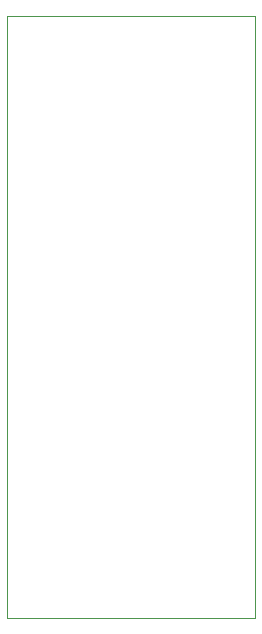
<source format=gm1>
%TF.GenerationSoftware,KiCad,Pcbnew,6.0.11+dfsg-1*%
%TF.CreationDate,2023-04-26T00:49:17+01:00*%
%TF.ProjectId,bico,6269636f-2e6b-4696-9361-645f70636258,rev?*%
%TF.SameCoordinates,Original*%
%TF.FileFunction,Profile,NP*%
%FSLAX46Y46*%
G04 Gerber Fmt 4.6, Leading zero omitted, Abs format (unit mm)*
G04 Created by KiCad (PCBNEW 6.0.11+dfsg-1) date 2023-04-26 00:49:17*
%MOMM*%
%LPD*%
G01*
G04 APERTURE LIST*
%TA.AperFunction,Profile*%
%ADD10C,0.120000*%
%TD*%
G04 APERTURE END LIST*
D10*
X139500000Y-74500000D02*
X160500000Y-74500000D01*
X160500000Y-74500000D02*
X160500000Y-125500000D01*
X160500000Y-125500000D02*
X139500000Y-125500000D01*
X139500000Y-125500000D02*
X139500000Y-74500000D01*
M02*

</source>
